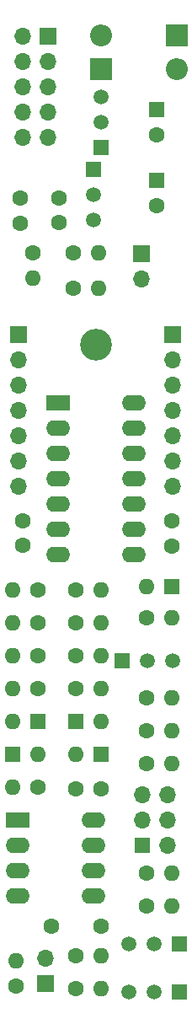
<source format=gbr>
G04 #@! TF.GenerationSoftware,KiCad,Pcbnew,(5.1.9-0-10_14)*
G04 #@! TF.CreationDate,2021-02-07T03:37:40-06:00*
G04 #@! TF.ProjectId,JNTUB_board2,4a4e5455-425f-4626-9f61-7264322e6b69,rev?*
G04 #@! TF.SameCoordinates,Original*
G04 #@! TF.FileFunction,Soldermask,Top*
G04 #@! TF.FilePolarity,Negative*
%FSLAX46Y46*%
G04 Gerber Fmt 4.6, Leading zero omitted, Abs format (unit mm)*
G04 Created by KiCad (PCBNEW (5.1.9-0-10_14)) date 2021-02-07 03:37:40*
%MOMM*%
%LPD*%
G01*
G04 APERTURE LIST*
%ADD10O,1.600000X1.600000*%
%ADD11C,1.600000*%
%ADD12R,1.600000X1.600000*%
%ADD13O,1.700000X1.700000*%
%ADD14R,1.700000X1.700000*%
%ADD15C,3.200000*%
%ADD16C,1.520000*%
%ADD17R,1.520000X1.520000*%
%ADD18O,2.200000X2.200000*%
%ADD19R,2.200000X2.200000*%
%ADD20O,2.400000X1.600000*%
%ADD21R,2.400000X1.600000*%
G04 APERTURE END LIST*
D10*
G04 #@! TO.C,R22*
X206248000Y-152019000D03*
D11*
X203708000Y-152019000D03*
G04 #@! TD*
D10*
G04 #@! TO.C,R26*
X197358000Y-135128000D03*
D11*
X199898000Y-135128000D03*
G04 #@! TD*
D10*
G04 #@! TO.C,R24*
X199390000Y-83947000D03*
D11*
X199390000Y-81407000D03*
G04 #@! TD*
D10*
G04 #@! TO.C,R2*
X206248000Y-125222000D03*
D11*
X203708000Y-125222000D03*
G04 #@! TD*
D10*
G04 #@! TO.C,R4*
X206248000Y-121920000D03*
D11*
X203708000Y-121920000D03*
G04 #@! TD*
D10*
G04 #@! TO.C,R5*
X206248000Y-115316000D03*
D11*
X203708000Y-115316000D03*
G04 #@! TD*
D10*
G04 #@! TO.C,R6*
X206248000Y-118618000D03*
D11*
X203708000Y-118618000D03*
G04 #@! TD*
D10*
G04 #@! TO.C,R8*
X197358000Y-125222000D03*
D11*
X199898000Y-125222000D03*
G04 #@! TD*
D10*
G04 #@! TO.C,R10*
X197358000Y-121920000D03*
D11*
X199898000Y-121920000D03*
G04 #@! TD*
D10*
G04 #@! TO.C,R11*
X197358000Y-115316000D03*
D11*
X199898000Y-115316000D03*
G04 #@! TD*
D10*
G04 #@! TO.C,R12*
X197358000Y-118618000D03*
D11*
X199898000Y-118618000D03*
G04 #@! TD*
D10*
G04 #@! TO.C,R13*
X213360000Y-143764000D03*
D11*
X210820000Y-143764000D03*
G04 #@! TD*
D10*
G04 #@! TO.C,R14*
X213360000Y-129413000D03*
D11*
X210820000Y-129413000D03*
G04 #@! TD*
D10*
G04 #@! TO.C,R16*
X213360000Y-118110000D03*
D11*
X210820000Y-118110000D03*
G04 #@! TD*
D10*
G04 #@! TO.C,R18*
X213360000Y-147066000D03*
D11*
X210820000Y-147066000D03*
G04 #@! TD*
D10*
G04 #@! TO.C,R19*
X213360000Y-126111000D03*
D11*
X210820000Y-126111000D03*
G04 #@! TD*
D10*
G04 #@! TO.C,R20*
X213360000Y-132715000D03*
D11*
X210820000Y-132715000D03*
G04 #@! TD*
G04 #@! TO.C,R23*
X203454000Y-84963000D03*
D10*
X205994000Y-84963000D03*
G04 #@! TD*
G04 #@! TO.C,R25*
X205994000Y-81407000D03*
D11*
X203454000Y-81407000D03*
G04 #@! TD*
D10*
G04 #@! TO.C,R27*
X206248000Y-155321000D03*
D11*
X203708000Y-155321000D03*
G04 #@! TD*
G04 #@! TO.C,R28*
X197739000Y-155067000D03*
D10*
X197739000Y-152527000D03*
G04 #@! TD*
D12*
G04 #@! TO.C,D5*
X213360000Y-114935000D03*
D10*
X210820000Y-114935000D03*
G04 #@! TD*
D12*
G04 #@! TO.C,D4*
X197358000Y-131826000D03*
D10*
X199898000Y-131826000D03*
G04 #@! TD*
D12*
G04 #@! TO.C,D2*
X206248000Y-131826000D03*
D10*
X203708000Y-131826000D03*
G04 #@! TD*
D12*
G04 #@! TO.C,D1*
X203708000Y-128524000D03*
D10*
X206248000Y-128524000D03*
G04 #@! TD*
D12*
G04 #@! TO.C,D3*
X199898000Y-128524000D03*
D10*
X197358000Y-128524000D03*
G04 #@! TD*
D13*
G04 #@! TO.C,JP2*
X200660000Y-152273000D03*
D14*
X200660000Y-154813000D03*
G04 #@! TD*
D13*
G04 #@! TO.C,J10*
X197993000Y-104902000D03*
X197993000Y-102362000D03*
X197993000Y-99822000D03*
X197993000Y-97282000D03*
X197993000Y-94742000D03*
X197993000Y-92202000D03*
D14*
X197993000Y-89662000D03*
G04 #@! TD*
G04 #@! TO.C,J11*
X213487000Y-89662000D03*
D13*
X213487000Y-92202000D03*
X213487000Y-94742000D03*
X213487000Y-97282000D03*
X213487000Y-99822000D03*
X213487000Y-102362000D03*
X213487000Y-104902000D03*
G04 #@! TD*
D12*
G04 #@! TO.C,J12*
X210439000Y-140970000D03*
D13*
X212979000Y-140970000D03*
X210439000Y-138430000D03*
X212979000Y-138430000D03*
X210439000Y-135890000D03*
X212979000Y-135890000D03*
G04 #@! TD*
D15*
G04 #@! TO.C,H2*
X205740000Y-90678000D03*
G04 #@! TD*
D14*
G04 #@! TO.C,JP1*
X210312000Y-81534000D03*
D13*
X210312000Y-84074000D03*
G04 #@! TD*
D11*
G04 #@! TO.C,C12*
X201248000Y-149098000D03*
X206248000Y-149098000D03*
G04 #@! TD*
D16*
G04 #@! TO.C,U3*
X206248000Y-68326000D03*
X206248000Y-65786000D03*
D17*
X206248000Y-70866000D03*
G04 #@! TD*
D16*
G04 #@! TO.C,U4*
X205486000Y-75565000D03*
X205486000Y-78105000D03*
D17*
X205486000Y-73025000D03*
G04 #@! TD*
D11*
G04 #@! TO.C,C4*
X198120000Y-75946000D03*
X198120000Y-78446000D03*
G04 #@! TD*
G04 #@! TO.C,C10*
X203748000Y-135255000D03*
X206248000Y-135255000D03*
G04 #@! TD*
G04 #@! TO.C,C9*
X213360000Y-108371000D03*
X213360000Y-110871000D03*
G04 #@! TD*
G04 #@! TO.C,C8*
X198374000Y-110831000D03*
X198374000Y-108331000D03*
G04 #@! TD*
G04 #@! TO.C,C6*
X202057000Y-78420600D03*
X202057000Y-75920600D03*
G04 #@! TD*
D18*
G04 #@! TO.C,D11*
X213868000Y-62992000D03*
D19*
X206248000Y-62992000D03*
G04 #@! TD*
G04 #@! TO.C,D10*
X213868000Y-59563000D03*
D18*
X206248000Y-59563000D03*
G04 #@! TD*
D12*
G04 #@! TO.C,C2*
X211836000Y-74168000D03*
D11*
X211836000Y-76668000D03*
G04 #@! TD*
D12*
G04 #@! TO.C,C1*
X211836000Y-67056000D03*
D11*
X211836000Y-69556000D03*
G04 #@! TD*
D20*
G04 #@! TO.C,U2*
X209550000Y-96520000D03*
X201930000Y-111760000D03*
X209550000Y-99060000D03*
X201930000Y-109220000D03*
X209550000Y-101600000D03*
X201930000Y-106680000D03*
X209550000Y-104140000D03*
X201930000Y-104140000D03*
X209550000Y-106680000D03*
X201930000Y-101600000D03*
X209550000Y-109220000D03*
X201930000Y-99060000D03*
X209550000Y-111760000D03*
D21*
X201930000Y-96520000D03*
G04 #@! TD*
G04 #@! TO.C,U1*
X197866000Y-138430000D03*
D20*
X205486000Y-146050000D03*
X197866000Y-140970000D03*
X205486000Y-143510000D03*
X197866000Y-143510000D03*
X205486000Y-140970000D03*
X197866000Y-146050000D03*
X205486000Y-138430000D03*
G04 #@! TD*
D13*
G04 #@! TO.C,J9*
X198374000Y-69850000D03*
X200914000Y-69850000D03*
X198374000Y-67310000D03*
X200914000Y-67310000D03*
X198374000Y-64770000D03*
X200914000Y-64770000D03*
X198374000Y-62230000D03*
X200914000Y-62230000D03*
X198374000Y-59690000D03*
D14*
X200914000Y-59690000D03*
G04 #@! TD*
D16*
G04 #@! TO.C,Q1*
X211582000Y-150876000D03*
X209042000Y-150876000D03*
D17*
X214122000Y-150876000D03*
G04 #@! TD*
D16*
G04 #@! TO.C,Q2*
X211582000Y-155702000D03*
X209042000Y-155702000D03*
D17*
X214122000Y-155702000D03*
G04 #@! TD*
D16*
G04 #@! TO.C,Q3*
X210947000Y-122453400D03*
X213487000Y-122453400D03*
D17*
X208407000Y-122453400D03*
G04 #@! TD*
M02*

</source>
